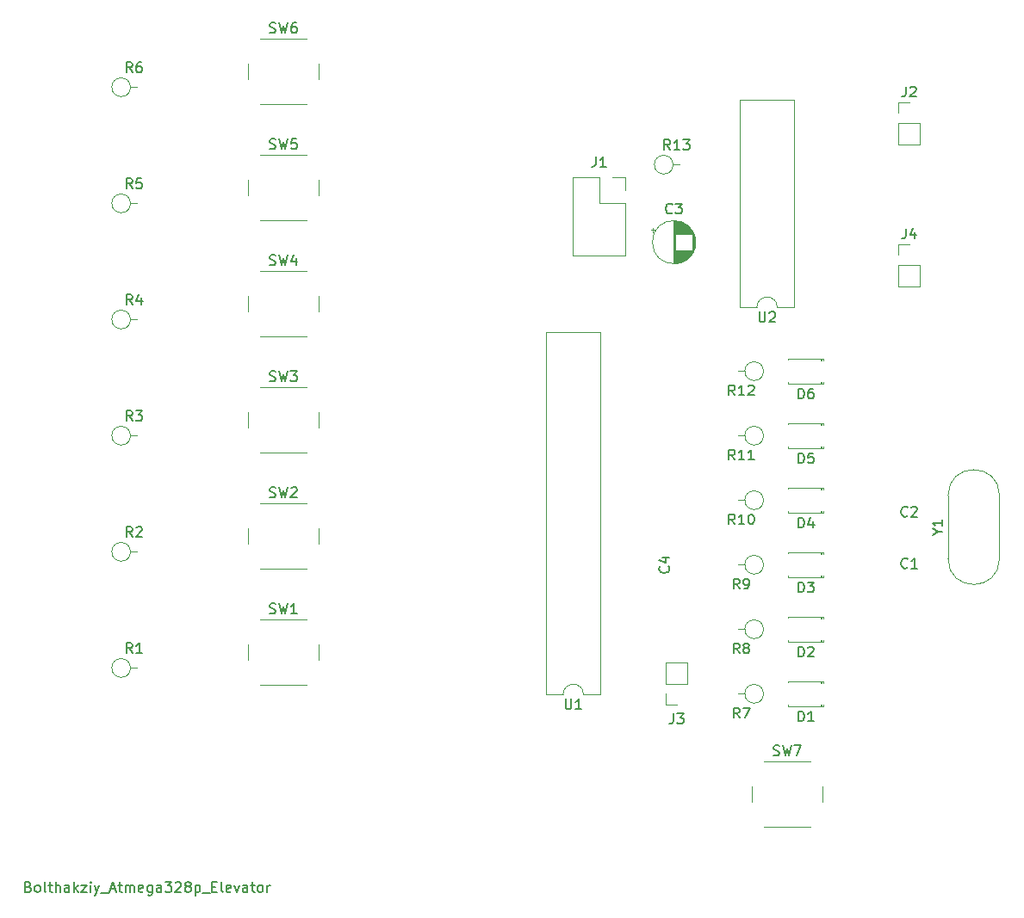
<source format=gbr>
G04 #@! TF.GenerationSoftware,KiCad,Pcbnew,5.1.5+dfsg1-2build2*
G04 #@! TF.CreationDate,2021-06-07T18:50:27-07:00*
G04 #@! TF.ProjectId,Atmega328p,41746d65-6761-4333-9238-702e6b696361,rev?*
G04 #@! TF.SameCoordinates,Original*
G04 #@! TF.FileFunction,Legend,Top*
G04 #@! TF.FilePolarity,Positive*
%FSLAX46Y46*%
G04 Gerber Fmt 4.6, Leading zero omitted, Abs format (unit mm)*
G04 Created by KiCad (PCBNEW 5.1.5+dfsg1-2build2) date 2021-06-07 18:50:27*
%MOMM*%
%LPD*%
G04 APERTURE LIST*
%ADD10C,0.150000*%
%ADD11C,0.120000*%
G04 APERTURE END LIST*
D10*
X100117142Y-142168571D02*
X100260000Y-142216190D01*
X100307619Y-142263809D01*
X100355238Y-142359047D01*
X100355238Y-142501904D01*
X100307619Y-142597142D01*
X100260000Y-142644761D01*
X100164761Y-142692380D01*
X99783809Y-142692380D01*
X99783809Y-141692380D01*
X100117142Y-141692380D01*
X100212380Y-141740000D01*
X100260000Y-141787619D01*
X100307619Y-141882857D01*
X100307619Y-141978095D01*
X100260000Y-142073333D01*
X100212380Y-142120952D01*
X100117142Y-142168571D01*
X99783809Y-142168571D01*
X100926666Y-142692380D02*
X100831428Y-142644761D01*
X100783809Y-142597142D01*
X100736190Y-142501904D01*
X100736190Y-142216190D01*
X100783809Y-142120952D01*
X100831428Y-142073333D01*
X100926666Y-142025714D01*
X101069523Y-142025714D01*
X101164761Y-142073333D01*
X101212380Y-142120952D01*
X101260000Y-142216190D01*
X101260000Y-142501904D01*
X101212380Y-142597142D01*
X101164761Y-142644761D01*
X101069523Y-142692380D01*
X100926666Y-142692380D01*
X101831428Y-142692380D02*
X101736190Y-142644761D01*
X101688571Y-142549523D01*
X101688571Y-141692380D01*
X102069523Y-142025714D02*
X102450476Y-142025714D01*
X102212380Y-141692380D02*
X102212380Y-142549523D01*
X102260000Y-142644761D01*
X102355238Y-142692380D01*
X102450476Y-142692380D01*
X102783809Y-142692380D02*
X102783809Y-141692380D01*
X103212380Y-142692380D02*
X103212380Y-142168571D01*
X103164761Y-142073333D01*
X103069523Y-142025714D01*
X102926666Y-142025714D01*
X102831428Y-142073333D01*
X102783809Y-142120952D01*
X104117142Y-142692380D02*
X104117142Y-142168571D01*
X104069523Y-142073333D01*
X103974285Y-142025714D01*
X103783809Y-142025714D01*
X103688571Y-142073333D01*
X104117142Y-142644761D02*
X104021904Y-142692380D01*
X103783809Y-142692380D01*
X103688571Y-142644761D01*
X103640952Y-142549523D01*
X103640952Y-142454285D01*
X103688571Y-142359047D01*
X103783809Y-142311428D01*
X104021904Y-142311428D01*
X104117142Y-142263809D01*
X104593333Y-142692380D02*
X104593333Y-141692380D01*
X104688571Y-142311428D02*
X104974285Y-142692380D01*
X104974285Y-142025714D02*
X104593333Y-142406666D01*
X105307619Y-142025714D02*
X105831428Y-142025714D01*
X105307619Y-142692380D01*
X105831428Y-142692380D01*
X106212380Y-142692380D02*
X106212380Y-142025714D01*
X106212380Y-141692380D02*
X106164761Y-141740000D01*
X106212380Y-141787619D01*
X106260000Y-141740000D01*
X106212380Y-141692380D01*
X106212380Y-141787619D01*
X106593333Y-142025714D02*
X106831428Y-142692380D01*
X107069523Y-142025714D02*
X106831428Y-142692380D01*
X106736190Y-142930476D01*
X106688571Y-142978095D01*
X106593333Y-143025714D01*
X107212380Y-142787619D02*
X107974285Y-142787619D01*
X108164761Y-142406666D02*
X108640952Y-142406666D01*
X108069523Y-142692380D02*
X108402857Y-141692380D01*
X108736190Y-142692380D01*
X108926666Y-142025714D02*
X109307619Y-142025714D01*
X109069523Y-141692380D02*
X109069523Y-142549523D01*
X109117142Y-142644761D01*
X109212380Y-142692380D01*
X109307619Y-142692380D01*
X109640952Y-142692380D02*
X109640952Y-142025714D01*
X109640952Y-142120952D02*
X109688571Y-142073333D01*
X109783809Y-142025714D01*
X109926666Y-142025714D01*
X110021904Y-142073333D01*
X110069523Y-142168571D01*
X110069523Y-142692380D01*
X110069523Y-142168571D02*
X110117142Y-142073333D01*
X110212380Y-142025714D01*
X110355238Y-142025714D01*
X110450476Y-142073333D01*
X110498095Y-142168571D01*
X110498095Y-142692380D01*
X111355238Y-142644761D02*
X111260000Y-142692380D01*
X111069523Y-142692380D01*
X110974285Y-142644761D01*
X110926666Y-142549523D01*
X110926666Y-142168571D01*
X110974285Y-142073333D01*
X111069523Y-142025714D01*
X111260000Y-142025714D01*
X111355238Y-142073333D01*
X111402857Y-142168571D01*
X111402857Y-142263809D01*
X110926666Y-142359047D01*
X112260000Y-142025714D02*
X112260000Y-142835238D01*
X112212380Y-142930476D01*
X112164761Y-142978095D01*
X112069523Y-143025714D01*
X111926666Y-143025714D01*
X111831428Y-142978095D01*
X112260000Y-142644761D02*
X112164761Y-142692380D01*
X111974285Y-142692380D01*
X111879047Y-142644761D01*
X111831428Y-142597142D01*
X111783809Y-142501904D01*
X111783809Y-142216190D01*
X111831428Y-142120952D01*
X111879047Y-142073333D01*
X111974285Y-142025714D01*
X112164761Y-142025714D01*
X112260000Y-142073333D01*
X113164761Y-142692380D02*
X113164761Y-142168571D01*
X113117142Y-142073333D01*
X113021904Y-142025714D01*
X112831428Y-142025714D01*
X112736190Y-142073333D01*
X113164761Y-142644761D02*
X113069523Y-142692380D01*
X112831428Y-142692380D01*
X112736190Y-142644761D01*
X112688571Y-142549523D01*
X112688571Y-142454285D01*
X112736190Y-142359047D01*
X112831428Y-142311428D01*
X113069523Y-142311428D01*
X113164761Y-142263809D01*
X113545714Y-141692380D02*
X114164761Y-141692380D01*
X113831428Y-142073333D01*
X113974285Y-142073333D01*
X114069523Y-142120952D01*
X114117142Y-142168571D01*
X114164761Y-142263809D01*
X114164761Y-142501904D01*
X114117142Y-142597142D01*
X114069523Y-142644761D01*
X113974285Y-142692380D01*
X113688571Y-142692380D01*
X113593333Y-142644761D01*
X113545714Y-142597142D01*
X114545714Y-141787619D02*
X114593333Y-141740000D01*
X114688571Y-141692380D01*
X114926666Y-141692380D01*
X115021904Y-141740000D01*
X115069523Y-141787619D01*
X115117142Y-141882857D01*
X115117142Y-141978095D01*
X115069523Y-142120952D01*
X114498095Y-142692380D01*
X115117142Y-142692380D01*
X115688571Y-142120952D02*
X115593333Y-142073333D01*
X115545714Y-142025714D01*
X115498095Y-141930476D01*
X115498095Y-141882857D01*
X115545714Y-141787619D01*
X115593333Y-141740000D01*
X115688571Y-141692380D01*
X115879047Y-141692380D01*
X115974285Y-141740000D01*
X116021904Y-141787619D01*
X116069523Y-141882857D01*
X116069523Y-141930476D01*
X116021904Y-142025714D01*
X115974285Y-142073333D01*
X115879047Y-142120952D01*
X115688571Y-142120952D01*
X115593333Y-142168571D01*
X115545714Y-142216190D01*
X115498095Y-142311428D01*
X115498095Y-142501904D01*
X115545714Y-142597142D01*
X115593333Y-142644761D01*
X115688571Y-142692380D01*
X115879047Y-142692380D01*
X115974285Y-142644761D01*
X116021904Y-142597142D01*
X116069523Y-142501904D01*
X116069523Y-142311428D01*
X116021904Y-142216190D01*
X115974285Y-142168571D01*
X115879047Y-142120952D01*
X116498095Y-142025714D02*
X116498095Y-143025714D01*
X116498095Y-142073333D02*
X116593333Y-142025714D01*
X116783809Y-142025714D01*
X116879047Y-142073333D01*
X116926666Y-142120952D01*
X116974285Y-142216190D01*
X116974285Y-142501904D01*
X116926666Y-142597142D01*
X116879047Y-142644761D01*
X116783809Y-142692380D01*
X116593333Y-142692380D01*
X116498095Y-142644761D01*
X117164761Y-142787619D02*
X117926666Y-142787619D01*
X118164761Y-142168571D02*
X118498095Y-142168571D01*
X118640952Y-142692380D02*
X118164761Y-142692380D01*
X118164761Y-141692380D01*
X118640952Y-141692380D01*
X119212380Y-142692380D02*
X119117142Y-142644761D01*
X119069523Y-142549523D01*
X119069523Y-141692380D01*
X119974285Y-142644761D02*
X119879047Y-142692380D01*
X119688571Y-142692380D01*
X119593333Y-142644761D01*
X119545714Y-142549523D01*
X119545714Y-142168571D01*
X119593333Y-142073333D01*
X119688571Y-142025714D01*
X119879047Y-142025714D01*
X119974285Y-142073333D01*
X120021904Y-142168571D01*
X120021904Y-142263809D01*
X119545714Y-142359047D01*
X120355238Y-142025714D02*
X120593333Y-142692380D01*
X120831428Y-142025714D01*
X121640952Y-142692380D02*
X121640952Y-142168571D01*
X121593333Y-142073333D01*
X121498095Y-142025714D01*
X121307619Y-142025714D01*
X121212380Y-142073333D01*
X121640952Y-142644761D02*
X121545714Y-142692380D01*
X121307619Y-142692380D01*
X121212380Y-142644761D01*
X121164761Y-142549523D01*
X121164761Y-142454285D01*
X121212380Y-142359047D01*
X121307619Y-142311428D01*
X121545714Y-142311428D01*
X121640952Y-142263809D01*
X121974285Y-142025714D02*
X122355238Y-142025714D01*
X122117142Y-141692380D02*
X122117142Y-142549523D01*
X122164761Y-142644761D01*
X122259999Y-142692380D01*
X122355238Y-142692380D01*
X122831428Y-142692380D02*
X122736190Y-142644761D01*
X122688571Y-142597142D01*
X122640952Y-142501904D01*
X122640952Y-142216190D01*
X122688571Y-142120952D01*
X122736190Y-142073333D01*
X122831428Y-142025714D01*
X122974285Y-142025714D01*
X123069523Y-142073333D01*
X123117142Y-142120952D01*
X123164761Y-142216190D01*
X123164761Y-142501904D01*
X123117142Y-142597142D01*
X123069523Y-142644761D01*
X122974285Y-142692380D01*
X122831428Y-142692380D01*
X123593333Y-142692380D02*
X123593333Y-142025714D01*
X123593333Y-142216190D02*
X123640952Y-142120952D01*
X123688571Y-142073333D01*
X123783809Y-142025714D01*
X123879047Y-142025714D01*
D11*
X185630000Y-78950000D02*
X186690000Y-78950000D01*
X185630000Y-80010000D02*
X185630000Y-78950000D01*
X185630000Y-81010000D02*
X187750000Y-81010000D01*
X187750000Y-81010000D02*
X187750000Y-83070000D01*
X185630000Y-81010000D02*
X185630000Y-83070000D01*
X185630000Y-83070000D02*
X187750000Y-83070000D01*
X163830000Y-124250000D02*
X162770000Y-124250000D01*
X162770000Y-124250000D02*
X162770000Y-123190000D01*
X162770000Y-122190000D02*
X162770000Y-120130000D01*
X164890000Y-120130000D02*
X162770000Y-120130000D01*
X164890000Y-122190000D02*
X164890000Y-120130000D01*
X164890000Y-122190000D02*
X162770000Y-122190000D01*
X185630000Y-64980000D02*
X186690000Y-64980000D01*
X185630000Y-66040000D02*
X185630000Y-64980000D01*
X185630000Y-67040000D02*
X187750000Y-67040000D01*
X187750000Y-67040000D02*
X187750000Y-69100000D01*
X185630000Y-67040000D02*
X185630000Y-69100000D01*
X185630000Y-69100000D02*
X187750000Y-69100000D01*
X195565000Y-103655000D02*
G75*
G03X190515000Y-103655000I-2525000J0D01*
G01*
X195565000Y-109905000D02*
G75*
G02X190515000Y-109905000I-2525000J0D01*
G01*
X195565000Y-109905000D02*
X195565000Y-103655000D01*
X190515000Y-109905000D02*
X190515000Y-103655000D01*
X170070000Y-85150000D02*
X171720000Y-85150000D01*
X170070000Y-64710000D02*
X170070000Y-85150000D01*
X175370000Y-64710000D02*
X170070000Y-64710000D01*
X175370000Y-85150000D02*
X175370000Y-64710000D01*
X173720000Y-85150000D02*
X175370000Y-85150000D01*
X171720000Y-85150000D02*
G75*
G02X173720000Y-85150000I1000000J0D01*
G01*
X151020000Y-123250000D02*
X152670000Y-123250000D01*
X151020000Y-87570000D02*
X151020000Y-123250000D01*
X156320000Y-87570000D02*
X151020000Y-87570000D01*
X156320000Y-123250000D02*
X156320000Y-87570000D01*
X154670000Y-123250000D02*
X156320000Y-123250000D01*
X152670000Y-123250000D02*
G75*
G02X154670000Y-123250000I1000000J0D01*
G01*
X178200000Y-133810000D02*
X178200000Y-132310000D01*
X176950000Y-129810000D02*
X172450000Y-129810000D01*
X171200000Y-132310000D02*
X171200000Y-133810000D01*
X172450000Y-136310000D02*
X176950000Y-136310000D01*
X128670000Y-62690000D02*
X128670000Y-61190000D01*
X127420000Y-58690000D02*
X122920000Y-58690000D01*
X121670000Y-61190000D02*
X121670000Y-62690000D01*
X122920000Y-65190000D02*
X127420000Y-65190000D01*
X128670000Y-74120000D02*
X128670000Y-72620000D01*
X127420000Y-70120000D02*
X122920000Y-70120000D01*
X121670000Y-72620000D02*
X121670000Y-74120000D01*
X122920000Y-76620000D02*
X127420000Y-76620000D01*
X128670000Y-85550000D02*
X128670000Y-84050000D01*
X127420000Y-81550000D02*
X122920000Y-81550000D01*
X121670000Y-84050000D02*
X121670000Y-85550000D01*
X122920000Y-88050000D02*
X127420000Y-88050000D01*
X128670000Y-96980000D02*
X128670000Y-95480000D01*
X127420000Y-92980000D02*
X122920000Y-92980000D01*
X121670000Y-95480000D02*
X121670000Y-96980000D01*
X122920000Y-99480000D02*
X127420000Y-99480000D01*
X128670000Y-108410000D02*
X128670000Y-106910000D01*
X127420000Y-104410000D02*
X122920000Y-104410000D01*
X121670000Y-106910000D02*
X121670000Y-108410000D01*
X122920000Y-110910000D02*
X127420000Y-110910000D01*
X128670000Y-119840000D02*
X128670000Y-118340000D01*
X127420000Y-115840000D02*
X122920000Y-115840000D01*
X121670000Y-118340000D02*
X121670000Y-119840000D01*
X122920000Y-122340000D02*
X127420000Y-122340000D01*
X163480000Y-71120000D02*
X164100000Y-71120000D01*
X163480000Y-71120000D02*
G75*
G03X163480000Y-71120000I-920000J0D01*
G01*
X170530000Y-91440000D02*
X169910000Y-91440000D01*
X172370000Y-91440000D02*
G75*
G03X172370000Y-91440000I-920000J0D01*
G01*
X170530000Y-97790000D02*
X169910000Y-97790000D01*
X172370000Y-97790000D02*
G75*
G03X172370000Y-97790000I-920000J0D01*
G01*
X170530000Y-104140000D02*
X169910000Y-104140000D01*
X172370000Y-104140000D02*
G75*
G03X172370000Y-104140000I-920000J0D01*
G01*
X170530000Y-110490000D02*
X169910000Y-110490000D01*
X172370000Y-110490000D02*
G75*
G03X172370000Y-110490000I-920000J0D01*
G01*
X170530000Y-116840000D02*
X169910000Y-116840000D01*
X172370000Y-116840000D02*
G75*
G03X172370000Y-116840000I-920000J0D01*
G01*
X170530000Y-123190000D02*
X169910000Y-123190000D01*
X172370000Y-123190000D02*
G75*
G03X172370000Y-123190000I-920000J0D01*
G01*
X110140000Y-63500000D02*
X110760000Y-63500000D01*
X110140000Y-63500000D02*
G75*
G03X110140000Y-63500000I-920000J0D01*
G01*
X110140000Y-74930000D02*
X110760000Y-74930000D01*
X110140000Y-74930000D02*
G75*
G03X110140000Y-74930000I-920000J0D01*
G01*
X110140000Y-86360000D02*
X110760000Y-86360000D01*
X110140000Y-86360000D02*
G75*
G03X110140000Y-86360000I-920000J0D01*
G01*
X110140000Y-97790000D02*
X110760000Y-97790000D01*
X110140000Y-97790000D02*
G75*
G03X110140000Y-97790000I-920000J0D01*
G01*
X110140000Y-109220000D02*
X110760000Y-109220000D01*
X110140000Y-109220000D02*
G75*
G03X110140000Y-109220000I-920000J0D01*
G01*
X110140000Y-120650000D02*
X110760000Y-120650000D01*
X110140000Y-120650000D02*
G75*
G03X110140000Y-120650000I-920000J0D01*
G01*
X157480000Y-72330000D02*
X158810000Y-72330000D01*
X158810000Y-72330000D02*
X158810000Y-73660000D01*
X156210000Y-72330000D02*
X156210000Y-74930000D01*
X156210000Y-74930000D02*
X158810000Y-74930000D01*
X158810000Y-74930000D02*
X158810000Y-80070000D01*
X153610000Y-80070000D02*
X158810000Y-80070000D01*
X153610000Y-72330000D02*
X153610000Y-80070000D01*
X153610000Y-72330000D02*
X156210000Y-72330000D01*
X178000000Y-90360000D02*
X178000000Y-90180000D01*
X178000000Y-92700000D02*
X178000000Y-92520000D01*
X178120000Y-90360000D02*
X178120000Y-90180000D01*
X178120000Y-92700000D02*
X178120000Y-92520000D01*
X174820000Y-90345000D02*
X174820000Y-90180000D01*
X174820000Y-92700000D02*
X174820000Y-92535000D01*
X178240000Y-90360000D02*
X178240000Y-90180000D01*
X178240000Y-92700000D02*
X178240000Y-92520000D01*
X178240000Y-90180000D02*
X174820000Y-90180000D01*
X178240000Y-92700000D02*
X174820000Y-92700000D01*
X178000000Y-96710000D02*
X178000000Y-96530000D01*
X178000000Y-99050000D02*
X178000000Y-98870000D01*
X178120000Y-96710000D02*
X178120000Y-96530000D01*
X178120000Y-99050000D02*
X178120000Y-98870000D01*
X174820000Y-96695000D02*
X174820000Y-96530000D01*
X174820000Y-99050000D02*
X174820000Y-98885000D01*
X178240000Y-96710000D02*
X178240000Y-96530000D01*
X178240000Y-99050000D02*
X178240000Y-98870000D01*
X178240000Y-96530000D02*
X174820000Y-96530000D01*
X178240000Y-99050000D02*
X174820000Y-99050000D01*
X178000000Y-103060000D02*
X178000000Y-102880000D01*
X178000000Y-105400000D02*
X178000000Y-105220000D01*
X178120000Y-103060000D02*
X178120000Y-102880000D01*
X178120000Y-105400000D02*
X178120000Y-105220000D01*
X174820000Y-103045000D02*
X174820000Y-102880000D01*
X174820000Y-105400000D02*
X174820000Y-105235000D01*
X178240000Y-103060000D02*
X178240000Y-102880000D01*
X178240000Y-105400000D02*
X178240000Y-105220000D01*
X178240000Y-102880000D02*
X174820000Y-102880000D01*
X178240000Y-105400000D02*
X174820000Y-105400000D01*
X178000000Y-109410000D02*
X178000000Y-109230000D01*
X178000000Y-111750000D02*
X178000000Y-111570000D01*
X178120000Y-109410000D02*
X178120000Y-109230000D01*
X178120000Y-111750000D02*
X178120000Y-111570000D01*
X174820000Y-109395000D02*
X174820000Y-109230000D01*
X174820000Y-111750000D02*
X174820000Y-111585000D01*
X178240000Y-109410000D02*
X178240000Y-109230000D01*
X178240000Y-111750000D02*
X178240000Y-111570000D01*
X178240000Y-109230000D02*
X174820000Y-109230000D01*
X178240000Y-111750000D02*
X174820000Y-111750000D01*
X178000000Y-115760000D02*
X178000000Y-115580000D01*
X178000000Y-118100000D02*
X178000000Y-117920000D01*
X178120000Y-115760000D02*
X178120000Y-115580000D01*
X178120000Y-118100000D02*
X178120000Y-117920000D01*
X174820000Y-115745000D02*
X174820000Y-115580000D01*
X174820000Y-118100000D02*
X174820000Y-117935000D01*
X178240000Y-115760000D02*
X178240000Y-115580000D01*
X178240000Y-118100000D02*
X178240000Y-117920000D01*
X178240000Y-115580000D02*
X174820000Y-115580000D01*
X178240000Y-118100000D02*
X174820000Y-118100000D01*
X178000000Y-122110000D02*
X178000000Y-121930000D01*
X178000000Y-124450000D02*
X178000000Y-124270000D01*
X178120000Y-122110000D02*
X178120000Y-121930000D01*
X178120000Y-124450000D02*
X178120000Y-124270000D01*
X174820000Y-122095000D02*
X174820000Y-121930000D01*
X174820000Y-124450000D02*
X174820000Y-124285000D01*
X178240000Y-122110000D02*
X178240000Y-121930000D01*
X178240000Y-124450000D02*
X178240000Y-124270000D01*
X178240000Y-121930000D02*
X174820000Y-121930000D01*
X178240000Y-124450000D02*
X174820000Y-124450000D01*
X161490199Y-77345000D02*
X161490199Y-77745000D01*
X161290199Y-77545000D02*
X161690199Y-77545000D01*
X165641000Y-78370000D02*
X165641000Y-79110000D01*
X165601000Y-78203000D02*
X165601000Y-79277000D01*
X165561000Y-78076000D02*
X165561000Y-79404000D01*
X165521000Y-77972000D02*
X165521000Y-79508000D01*
X165481000Y-77881000D02*
X165481000Y-79599000D01*
X165441000Y-77800000D02*
X165441000Y-79680000D01*
X165401000Y-77727000D02*
X165401000Y-79753000D01*
X165361000Y-79580000D02*
X165361000Y-79820000D01*
X165361000Y-77660000D02*
X165361000Y-77900000D01*
X165321000Y-79580000D02*
X165321000Y-79882000D01*
X165321000Y-77598000D02*
X165321000Y-77900000D01*
X165281000Y-79580000D02*
X165281000Y-79940000D01*
X165281000Y-77540000D02*
X165281000Y-77900000D01*
X165241000Y-79580000D02*
X165241000Y-79994000D01*
X165241000Y-77486000D02*
X165241000Y-77900000D01*
X165201000Y-79580000D02*
X165201000Y-80044000D01*
X165201000Y-77436000D02*
X165201000Y-77900000D01*
X165161000Y-79580000D02*
X165161000Y-80091000D01*
X165161000Y-77389000D02*
X165161000Y-77900000D01*
X165121000Y-79580000D02*
X165121000Y-80136000D01*
X165121000Y-77344000D02*
X165121000Y-77900000D01*
X165081000Y-79580000D02*
X165081000Y-80178000D01*
X165081000Y-77302000D02*
X165081000Y-77900000D01*
X165041000Y-79580000D02*
X165041000Y-80218000D01*
X165041000Y-77262000D02*
X165041000Y-77900000D01*
X165001000Y-79580000D02*
X165001000Y-80256000D01*
X165001000Y-77224000D02*
X165001000Y-77900000D01*
X164961000Y-79580000D02*
X164961000Y-80292000D01*
X164961000Y-77188000D02*
X164961000Y-77900000D01*
X164921000Y-79580000D02*
X164921000Y-80327000D01*
X164921000Y-77153000D02*
X164921000Y-77900000D01*
X164881000Y-79580000D02*
X164881000Y-80359000D01*
X164881000Y-77121000D02*
X164881000Y-77900000D01*
X164841000Y-79580000D02*
X164841000Y-80390000D01*
X164841000Y-77090000D02*
X164841000Y-77900000D01*
X164801000Y-79580000D02*
X164801000Y-80420000D01*
X164801000Y-77060000D02*
X164801000Y-77900000D01*
X164761000Y-79580000D02*
X164761000Y-80448000D01*
X164761000Y-77032000D02*
X164761000Y-77900000D01*
X164721000Y-79580000D02*
X164721000Y-80475000D01*
X164721000Y-77005000D02*
X164721000Y-77900000D01*
X164681000Y-79580000D02*
X164681000Y-80500000D01*
X164681000Y-76980000D02*
X164681000Y-77900000D01*
X164641000Y-79580000D02*
X164641000Y-80525000D01*
X164641000Y-76955000D02*
X164641000Y-77900000D01*
X164601000Y-79580000D02*
X164601000Y-80548000D01*
X164601000Y-76932000D02*
X164601000Y-77900000D01*
X164561000Y-79580000D02*
X164561000Y-80570000D01*
X164561000Y-76910000D02*
X164561000Y-77900000D01*
X164521000Y-79580000D02*
X164521000Y-80591000D01*
X164521000Y-76889000D02*
X164521000Y-77900000D01*
X164481000Y-79580000D02*
X164481000Y-80610000D01*
X164481000Y-76870000D02*
X164481000Y-77900000D01*
X164441000Y-79580000D02*
X164441000Y-80629000D01*
X164441000Y-76851000D02*
X164441000Y-77900000D01*
X164401000Y-79580000D02*
X164401000Y-80647000D01*
X164401000Y-76833000D02*
X164401000Y-77900000D01*
X164361000Y-79580000D02*
X164361000Y-80664000D01*
X164361000Y-76816000D02*
X164361000Y-77900000D01*
X164321000Y-79580000D02*
X164321000Y-80680000D01*
X164321000Y-76800000D02*
X164321000Y-77900000D01*
X164281000Y-79580000D02*
X164281000Y-80694000D01*
X164281000Y-76786000D02*
X164281000Y-77900000D01*
X164240000Y-79580000D02*
X164240000Y-80708000D01*
X164240000Y-76772000D02*
X164240000Y-77900000D01*
X164200000Y-79580000D02*
X164200000Y-80722000D01*
X164200000Y-76758000D02*
X164200000Y-77900000D01*
X164160000Y-79580000D02*
X164160000Y-80734000D01*
X164160000Y-76746000D02*
X164160000Y-77900000D01*
X164120000Y-79580000D02*
X164120000Y-80745000D01*
X164120000Y-76735000D02*
X164120000Y-77900000D01*
X164080000Y-79580000D02*
X164080000Y-80756000D01*
X164080000Y-76724000D02*
X164080000Y-77900000D01*
X164040000Y-79580000D02*
X164040000Y-80765000D01*
X164040000Y-76715000D02*
X164040000Y-77900000D01*
X164000000Y-79580000D02*
X164000000Y-80774000D01*
X164000000Y-76706000D02*
X164000000Y-77900000D01*
X163960000Y-79580000D02*
X163960000Y-80782000D01*
X163960000Y-76698000D02*
X163960000Y-77900000D01*
X163920000Y-79580000D02*
X163920000Y-80790000D01*
X163920000Y-76690000D02*
X163920000Y-77900000D01*
X163880000Y-79580000D02*
X163880000Y-80796000D01*
X163880000Y-76684000D02*
X163880000Y-77900000D01*
X163840000Y-79580000D02*
X163840000Y-80802000D01*
X163840000Y-76678000D02*
X163840000Y-77900000D01*
X163800000Y-79580000D02*
X163800000Y-80807000D01*
X163800000Y-76673000D02*
X163800000Y-77900000D01*
X163760000Y-79580000D02*
X163760000Y-80811000D01*
X163760000Y-76669000D02*
X163760000Y-77900000D01*
X163720000Y-76666000D02*
X163720000Y-80814000D01*
X163680000Y-76663000D02*
X163680000Y-80817000D01*
X163640000Y-76661000D02*
X163640000Y-80819000D01*
X163600000Y-76660000D02*
X163600000Y-80820000D01*
X163560000Y-76660000D02*
X163560000Y-80820000D01*
X165680000Y-78740000D02*
G75*
G03X165680000Y-78740000I-2120000J0D01*
G01*
D10*
X186356666Y-77402380D02*
X186356666Y-78116666D01*
X186309047Y-78259523D01*
X186213809Y-78354761D01*
X186070952Y-78402380D01*
X185975714Y-78402380D01*
X187261428Y-77735714D02*
X187261428Y-78402380D01*
X187023333Y-77354761D02*
X186785238Y-78069047D01*
X187404285Y-78069047D01*
X163496666Y-125142380D02*
X163496666Y-125856666D01*
X163449047Y-125999523D01*
X163353809Y-126094761D01*
X163210952Y-126142380D01*
X163115714Y-126142380D01*
X163877619Y-125142380D02*
X164496666Y-125142380D01*
X164163333Y-125523333D01*
X164306190Y-125523333D01*
X164401428Y-125570952D01*
X164449047Y-125618571D01*
X164496666Y-125713809D01*
X164496666Y-125951904D01*
X164449047Y-126047142D01*
X164401428Y-126094761D01*
X164306190Y-126142380D01*
X164020476Y-126142380D01*
X163925238Y-126094761D01*
X163877619Y-126047142D01*
X186356666Y-63432380D02*
X186356666Y-64146666D01*
X186309047Y-64289523D01*
X186213809Y-64384761D01*
X186070952Y-64432380D01*
X185975714Y-64432380D01*
X186785238Y-63527619D02*
X186832857Y-63480000D01*
X186928095Y-63432380D01*
X187166190Y-63432380D01*
X187261428Y-63480000D01*
X187309047Y-63527619D01*
X187356666Y-63622857D01*
X187356666Y-63718095D01*
X187309047Y-63860952D01*
X186737619Y-64432380D01*
X187356666Y-64432380D01*
X189491190Y-107256190D02*
X189967380Y-107256190D01*
X188967380Y-107589523D02*
X189491190Y-107256190D01*
X188967380Y-106922857D01*
X189967380Y-106065714D02*
X189967380Y-106637142D01*
X189967380Y-106351428D02*
X188967380Y-106351428D01*
X189110238Y-106446666D01*
X189205476Y-106541904D01*
X189253095Y-106637142D01*
X171958095Y-85602380D02*
X171958095Y-86411904D01*
X172005714Y-86507142D01*
X172053333Y-86554761D01*
X172148571Y-86602380D01*
X172339047Y-86602380D01*
X172434285Y-86554761D01*
X172481904Y-86507142D01*
X172529523Y-86411904D01*
X172529523Y-85602380D01*
X172958095Y-85697619D02*
X173005714Y-85650000D01*
X173100952Y-85602380D01*
X173339047Y-85602380D01*
X173434285Y-85650000D01*
X173481904Y-85697619D01*
X173529523Y-85792857D01*
X173529523Y-85888095D01*
X173481904Y-86030952D01*
X172910476Y-86602380D01*
X173529523Y-86602380D01*
X152908095Y-123702380D02*
X152908095Y-124511904D01*
X152955714Y-124607142D01*
X153003333Y-124654761D01*
X153098571Y-124702380D01*
X153289047Y-124702380D01*
X153384285Y-124654761D01*
X153431904Y-124607142D01*
X153479523Y-124511904D01*
X153479523Y-123702380D01*
X154479523Y-124702380D02*
X153908095Y-124702380D01*
X154193809Y-124702380D02*
X154193809Y-123702380D01*
X154098571Y-123845238D01*
X154003333Y-123940476D01*
X153908095Y-123988095D01*
X173366666Y-129214761D02*
X173509523Y-129262380D01*
X173747619Y-129262380D01*
X173842857Y-129214761D01*
X173890476Y-129167142D01*
X173938095Y-129071904D01*
X173938095Y-128976666D01*
X173890476Y-128881428D01*
X173842857Y-128833809D01*
X173747619Y-128786190D01*
X173557142Y-128738571D01*
X173461904Y-128690952D01*
X173414285Y-128643333D01*
X173366666Y-128548095D01*
X173366666Y-128452857D01*
X173414285Y-128357619D01*
X173461904Y-128310000D01*
X173557142Y-128262380D01*
X173795238Y-128262380D01*
X173938095Y-128310000D01*
X174271428Y-128262380D02*
X174509523Y-129262380D01*
X174700000Y-128548095D01*
X174890476Y-129262380D01*
X175128571Y-128262380D01*
X175414285Y-128262380D02*
X176080952Y-128262380D01*
X175652380Y-129262380D01*
X123836666Y-58094761D02*
X123979523Y-58142380D01*
X124217619Y-58142380D01*
X124312857Y-58094761D01*
X124360476Y-58047142D01*
X124408095Y-57951904D01*
X124408095Y-57856666D01*
X124360476Y-57761428D01*
X124312857Y-57713809D01*
X124217619Y-57666190D01*
X124027142Y-57618571D01*
X123931904Y-57570952D01*
X123884285Y-57523333D01*
X123836666Y-57428095D01*
X123836666Y-57332857D01*
X123884285Y-57237619D01*
X123931904Y-57190000D01*
X124027142Y-57142380D01*
X124265238Y-57142380D01*
X124408095Y-57190000D01*
X124741428Y-57142380D02*
X124979523Y-58142380D01*
X125170000Y-57428095D01*
X125360476Y-58142380D01*
X125598571Y-57142380D01*
X126408095Y-57142380D02*
X126217619Y-57142380D01*
X126122380Y-57190000D01*
X126074761Y-57237619D01*
X125979523Y-57380476D01*
X125931904Y-57570952D01*
X125931904Y-57951904D01*
X125979523Y-58047142D01*
X126027142Y-58094761D01*
X126122380Y-58142380D01*
X126312857Y-58142380D01*
X126408095Y-58094761D01*
X126455714Y-58047142D01*
X126503333Y-57951904D01*
X126503333Y-57713809D01*
X126455714Y-57618571D01*
X126408095Y-57570952D01*
X126312857Y-57523333D01*
X126122380Y-57523333D01*
X126027142Y-57570952D01*
X125979523Y-57618571D01*
X125931904Y-57713809D01*
X123836666Y-69524761D02*
X123979523Y-69572380D01*
X124217619Y-69572380D01*
X124312857Y-69524761D01*
X124360476Y-69477142D01*
X124408095Y-69381904D01*
X124408095Y-69286666D01*
X124360476Y-69191428D01*
X124312857Y-69143809D01*
X124217619Y-69096190D01*
X124027142Y-69048571D01*
X123931904Y-69000952D01*
X123884285Y-68953333D01*
X123836666Y-68858095D01*
X123836666Y-68762857D01*
X123884285Y-68667619D01*
X123931904Y-68620000D01*
X124027142Y-68572380D01*
X124265238Y-68572380D01*
X124408095Y-68620000D01*
X124741428Y-68572380D02*
X124979523Y-69572380D01*
X125170000Y-68858095D01*
X125360476Y-69572380D01*
X125598571Y-68572380D01*
X126455714Y-68572380D02*
X125979523Y-68572380D01*
X125931904Y-69048571D01*
X125979523Y-69000952D01*
X126074761Y-68953333D01*
X126312857Y-68953333D01*
X126408095Y-69000952D01*
X126455714Y-69048571D01*
X126503333Y-69143809D01*
X126503333Y-69381904D01*
X126455714Y-69477142D01*
X126408095Y-69524761D01*
X126312857Y-69572380D01*
X126074761Y-69572380D01*
X125979523Y-69524761D01*
X125931904Y-69477142D01*
X123836666Y-80954761D02*
X123979523Y-81002380D01*
X124217619Y-81002380D01*
X124312857Y-80954761D01*
X124360476Y-80907142D01*
X124408095Y-80811904D01*
X124408095Y-80716666D01*
X124360476Y-80621428D01*
X124312857Y-80573809D01*
X124217619Y-80526190D01*
X124027142Y-80478571D01*
X123931904Y-80430952D01*
X123884285Y-80383333D01*
X123836666Y-80288095D01*
X123836666Y-80192857D01*
X123884285Y-80097619D01*
X123931904Y-80050000D01*
X124027142Y-80002380D01*
X124265238Y-80002380D01*
X124408095Y-80050000D01*
X124741428Y-80002380D02*
X124979523Y-81002380D01*
X125170000Y-80288095D01*
X125360476Y-81002380D01*
X125598571Y-80002380D01*
X126408095Y-80335714D02*
X126408095Y-81002380D01*
X126170000Y-79954761D02*
X125931904Y-80669047D01*
X126550952Y-80669047D01*
X123836666Y-92384761D02*
X123979523Y-92432380D01*
X124217619Y-92432380D01*
X124312857Y-92384761D01*
X124360476Y-92337142D01*
X124408095Y-92241904D01*
X124408095Y-92146666D01*
X124360476Y-92051428D01*
X124312857Y-92003809D01*
X124217619Y-91956190D01*
X124027142Y-91908571D01*
X123931904Y-91860952D01*
X123884285Y-91813333D01*
X123836666Y-91718095D01*
X123836666Y-91622857D01*
X123884285Y-91527619D01*
X123931904Y-91480000D01*
X124027142Y-91432380D01*
X124265238Y-91432380D01*
X124408095Y-91480000D01*
X124741428Y-91432380D02*
X124979523Y-92432380D01*
X125170000Y-91718095D01*
X125360476Y-92432380D01*
X125598571Y-91432380D01*
X125884285Y-91432380D02*
X126503333Y-91432380D01*
X126170000Y-91813333D01*
X126312857Y-91813333D01*
X126408095Y-91860952D01*
X126455714Y-91908571D01*
X126503333Y-92003809D01*
X126503333Y-92241904D01*
X126455714Y-92337142D01*
X126408095Y-92384761D01*
X126312857Y-92432380D01*
X126027142Y-92432380D01*
X125931904Y-92384761D01*
X125884285Y-92337142D01*
X123836666Y-103814761D02*
X123979523Y-103862380D01*
X124217619Y-103862380D01*
X124312857Y-103814761D01*
X124360476Y-103767142D01*
X124408095Y-103671904D01*
X124408095Y-103576666D01*
X124360476Y-103481428D01*
X124312857Y-103433809D01*
X124217619Y-103386190D01*
X124027142Y-103338571D01*
X123931904Y-103290952D01*
X123884285Y-103243333D01*
X123836666Y-103148095D01*
X123836666Y-103052857D01*
X123884285Y-102957619D01*
X123931904Y-102910000D01*
X124027142Y-102862380D01*
X124265238Y-102862380D01*
X124408095Y-102910000D01*
X124741428Y-102862380D02*
X124979523Y-103862380D01*
X125170000Y-103148095D01*
X125360476Y-103862380D01*
X125598571Y-102862380D01*
X125931904Y-102957619D02*
X125979523Y-102910000D01*
X126074761Y-102862380D01*
X126312857Y-102862380D01*
X126408095Y-102910000D01*
X126455714Y-102957619D01*
X126503333Y-103052857D01*
X126503333Y-103148095D01*
X126455714Y-103290952D01*
X125884285Y-103862380D01*
X126503333Y-103862380D01*
X123836666Y-115244761D02*
X123979523Y-115292380D01*
X124217619Y-115292380D01*
X124312857Y-115244761D01*
X124360476Y-115197142D01*
X124408095Y-115101904D01*
X124408095Y-115006666D01*
X124360476Y-114911428D01*
X124312857Y-114863809D01*
X124217619Y-114816190D01*
X124027142Y-114768571D01*
X123931904Y-114720952D01*
X123884285Y-114673333D01*
X123836666Y-114578095D01*
X123836666Y-114482857D01*
X123884285Y-114387619D01*
X123931904Y-114340000D01*
X124027142Y-114292380D01*
X124265238Y-114292380D01*
X124408095Y-114340000D01*
X124741428Y-114292380D02*
X124979523Y-115292380D01*
X125170000Y-114578095D01*
X125360476Y-115292380D01*
X125598571Y-114292380D01*
X126503333Y-115292380D02*
X125931904Y-115292380D01*
X126217619Y-115292380D02*
X126217619Y-114292380D01*
X126122380Y-114435238D01*
X126027142Y-114530476D01*
X125931904Y-114578095D01*
X163187142Y-69652380D02*
X162853809Y-69176190D01*
X162615714Y-69652380D02*
X162615714Y-68652380D01*
X162996666Y-68652380D01*
X163091904Y-68700000D01*
X163139523Y-68747619D01*
X163187142Y-68842857D01*
X163187142Y-68985714D01*
X163139523Y-69080952D01*
X163091904Y-69128571D01*
X162996666Y-69176190D01*
X162615714Y-69176190D01*
X164139523Y-69652380D02*
X163568095Y-69652380D01*
X163853809Y-69652380D02*
X163853809Y-68652380D01*
X163758571Y-68795238D01*
X163663333Y-68890476D01*
X163568095Y-68938095D01*
X164472857Y-68652380D02*
X165091904Y-68652380D01*
X164758571Y-69033333D01*
X164901428Y-69033333D01*
X164996666Y-69080952D01*
X165044285Y-69128571D01*
X165091904Y-69223809D01*
X165091904Y-69461904D01*
X165044285Y-69557142D01*
X164996666Y-69604761D01*
X164901428Y-69652380D01*
X164615714Y-69652380D01*
X164520476Y-69604761D01*
X164472857Y-69557142D01*
X169537142Y-93812380D02*
X169203809Y-93336190D01*
X168965714Y-93812380D02*
X168965714Y-92812380D01*
X169346666Y-92812380D01*
X169441904Y-92860000D01*
X169489523Y-92907619D01*
X169537142Y-93002857D01*
X169537142Y-93145714D01*
X169489523Y-93240952D01*
X169441904Y-93288571D01*
X169346666Y-93336190D01*
X168965714Y-93336190D01*
X170489523Y-93812380D02*
X169918095Y-93812380D01*
X170203809Y-93812380D02*
X170203809Y-92812380D01*
X170108571Y-92955238D01*
X170013333Y-93050476D01*
X169918095Y-93098095D01*
X170870476Y-92907619D02*
X170918095Y-92860000D01*
X171013333Y-92812380D01*
X171251428Y-92812380D01*
X171346666Y-92860000D01*
X171394285Y-92907619D01*
X171441904Y-93002857D01*
X171441904Y-93098095D01*
X171394285Y-93240952D01*
X170822857Y-93812380D01*
X171441904Y-93812380D01*
X169537142Y-100162380D02*
X169203809Y-99686190D01*
X168965714Y-100162380D02*
X168965714Y-99162380D01*
X169346666Y-99162380D01*
X169441904Y-99210000D01*
X169489523Y-99257619D01*
X169537142Y-99352857D01*
X169537142Y-99495714D01*
X169489523Y-99590952D01*
X169441904Y-99638571D01*
X169346666Y-99686190D01*
X168965714Y-99686190D01*
X170489523Y-100162380D02*
X169918095Y-100162380D01*
X170203809Y-100162380D02*
X170203809Y-99162380D01*
X170108571Y-99305238D01*
X170013333Y-99400476D01*
X169918095Y-99448095D01*
X171441904Y-100162380D02*
X170870476Y-100162380D01*
X171156190Y-100162380D02*
X171156190Y-99162380D01*
X171060952Y-99305238D01*
X170965714Y-99400476D01*
X170870476Y-99448095D01*
X169537142Y-106512380D02*
X169203809Y-106036190D01*
X168965714Y-106512380D02*
X168965714Y-105512380D01*
X169346666Y-105512380D01*
X169441904Y-105560000D01*
X169489523Y-105607619D01*
X169537142Y-105702857D01*
X169537142Y-105845714D01*
X169489523Y-105940952D01*
X169441904Y-105988571D01*
X169346666Y-106036190D01*
X168965714Y-106036190D01*
X170489523Y-106512380D02*
X169918095Y-106512380D01*
X170203809Y-106512380D02*
X170203809Y-105512380D01*
X170108571Y-105655238D01*
X170013333Y-105750476D01*
X169918095Y-105798095D01*
X171108571Y-105512380D02*
X171203809Y-105512380D01*
X171299047Y-105560000D01*
X171346666Y-105607619D01*
X171394285Y-105702857D01*
X171441904Y-105893333D01*
X171441904Y-106131428D01*
X171394285Y-106321904D01*
X171346666Y-106417142D01*
X171299047Y-106464761D01*
X171203809Y-106512380D01*
X171108571Y-106512380D01*
X171013333Y-106464761D01*
X170965714Y-106417142D01*
X170918095Y-106321904D01*
X170870476Y-106131428D01*
X170870476Y-105893333D01*
X170918095Y-105702857D01*
X170965714Y-105607619D01*
X171013333Y-105560000D01*
X171108571Y-105512380D01*
X170013333Y-112862380D02*
X169680000Y-112386190D01*
X169441904Y-112862380D02*
X169441904Y-111862380D01*
X169822857Y-111862380D01*
X169918095Y-111910000D01*
X169965714Y-111957619D01*
X170013333Y-112052857D01*
X170013333Y-112195714D01*
X169965714Y-112290952D01*
X169918095Y-112338571D01*
X169822857Y-112386190D01*
X169441904Y-112386190D01*
X170489523Y-112862380D02*
X170680000Y-112862380D01*
X170775238Y-112814761D01*
X170822857Y-112767142D01*
X170918095Y-112624285D01*
X170965714Y-112433809D01*
X170965714Y-112052857D01*
X170918095Y-111957619D01*
X170870476Y-111910000D01*
X170775238Y-111862380D01*
X170584761Y-111862380D01*
X170489523Y-111910000D01*
X170441904Y-111957619D01*
X170394285Y-112052857D01*
X170394285Y-112290952D01*
X170441904Y-112386190D01*
X170489523Y-112433809D01*
X170584761Y-112481428D01*
X170775238Y-112481428D01*
X170870476Y-112433809D01*
X170918095Y-112386190D01*
X170965714Y-112290952D01*
X170013333Y-119212380D02*
X169680000Y-118736190D01*
X169441904Y-119212380D02*
X169441904Y-118212380D01*
X169822857Y-118212380D01*
X169918095Y-118260000D01*
X169965714Y-118307619D01*
X170013333Y-118402857D01*
X170013333Y-118545714D01*
X169965714Y-118640952D01*
X169918095Y-118688571D01*
X169822857Y-118736190D01*
X169441904Y-118736190D01*
X170584761Y-118640952D02*
X170489523Y-118593333D01*
X170441904Y-118545714D01*
X170394285Y-118450476D01*
X170394285Y-118402857D01*
X170441904Y-118307619D01*
X170489523Y-118260000D01*
X170584761Y-118212380D01*
X170775238Y-118212380D01*
X170870476Y-118260000D01*
X170918095Y-118307619D01*
X170965714Y-118402857D01*
X170965714Y-118450476D01*
X170918095Y-118545714D01*
X170870476Y-118593333D01*
X170775238Y-118640952D01*
X170584761Y-118640952D01*
X170489523Y-118688571D01*
X170441904Y-118736190D01*
X170394285Y-118831428D01*
X170394285Y-119021904D01*
X170441904Y-119117142D01*
X170489523Y-119164761D01*
X170584761Y-119212380D01*
X170775238Y-119212380D01*
X170870476Y-119164761D01*
X170918095Y-119117142D01*
X170965714Y-119021904D01*
X170965714Y-118831428D01*
X170918095Y-118736190D01*
X170870476Y-118688571D01*
X170775238Y-118640952D01*
X170013333Y-125562380D02*
X169680000Y-125086190D01*
X169441904Y-125562380D02*
X169441904Y-124562380D01*
X169822857Y-124562380D01*
X169918095Y-124610000D01*
X169965714Y-124657619D01*
X170013333Y-124752857D01*
X170013333Y-124895714D01*
X169965714Y-124990952D01*
X169918095Y-125038571D01*
X169822857Y-125086190D01*
X169441904Y-125086190D01*
X170346666Y-124562380D02*
X171013333Y-124562380D01*
X170584761Y-125562380D01*
X110323333Y-62032380D02*
X109990000Y-61556190D01*
X109751904Y-62032380D02*
X109751904Y-61032380D01*
X110132857Y-61032380D01*
X110228095Y-61080000D01*
X110275714Y-61127619D01*
X110323333Y-61222857D01*
X110323333Y-61365714D01*
X110275714Y-61460952D01*
X110228095Y-61508571D01*
X110132857Y-61556190D01*
X109751904Y-61556190D01*
X111180476Y-61032380D02*
X110990000Y-61032380D01*
X110894761Y-61080000D01*
X110847142Y-61127619D01*
X110751904Y-61270476D01*
X110704285Y-61460952D01*
X110704285Y-61841904D01*
X110751904Y-61937142D01*
X110799523Y-61984761D01*
X110894761Y-62032380D01*
X111085238Y-62032380D01*
X111180476Y-61984761D01*
X111228095Y-61937142D01*
X111275714Y-61841904D01*
X111275714Y-61603809D01*
X111228095Y-61508571D01*
X111180476Y-61460952D01*
X111085238Y-61413333D01*
X110894761Y-61413333D01*
X110799523Y-61460952D01*
X110751904Y-61508571D01*
X110704285Y-61603809D01*
X110323333Y-73462380D02*
X109990000Y-72986190D01*
X109751904Y-73462380D02*
X109751904Y-72462380D01*
X110132857Y-72462380D01*
X110228095Y-72510000D01*
X110275714Y-72557619D01*
X110323333Y-72652857D01*
X110323333Y-72795714D01*
X110275714Y-72890952D01*
X110228095Y-72938571D01*
X110132857Y-72986190D01*
X109751904Y-72986190D01*
X111228095Y-72462380D02*
X110751904Y-72462380D01*
X110704285Y-72938571D01*
X110751904Y-72890952D01*
X110847142Y-72843333D01*
X111085238Y-72843333D01*
X111180476Y-72890952D01*
X111228095Y-72938571D01*
X111275714Y-73033809D01*
X111275714Y-73271904D01*
X111228095Y-73367142D01*
X111180476Y-73414761D01*
X111085238Y-73462380D01*
X110847142Y-73462380D01*
X110751904Y-73414761D01*
X110704285Y-73367142D01*
X110323333Y-84892380D02*
X109990000Y-84416190D01*
X109751904Y-84892380D02*
X109751904Y-83892380D01*
X110132857Y-83892380D01*
X110228095Y-83940000D01*
X110275714Y-83987619D01*
X110323333Y-84082857D01*
X110323333Y-84225714D01*
X110275714Y-84320952D01*
X110228095Y-84368571D01*
X110132857Y-84416190D01*
X109751904Y-84416190D01*
X111180476Y-84225714D02*
X111180476Y-84892380D01*
X110942380Y-83844761D02*
X110704285Y-84559047D01*
X111323333Y-84559047D01*
X110323333Y-96322380D02*
X109990000Y-95846190D01*
X109751904Y-96322380D02*
X109751904Y-95322380D01*
X110132857Y-95322380D01*
X110228095Y-95370000D01*
X110275714Y-95417619D01*
X110323333Y-95512857D01*
X110323333Y-95655714D01*
X110275714Y-95750952D01*
X110228095Y-95798571D01*
X110132857Y-95846190D01*
X109751904Y-95846190D01*
X110656666Y-95322380D02*
X111275714Y-95322380D01*
X110942380Y-95703333D01*
X111085238Y-95703333D01*
X111180476Y-95750952D01*
X111228095Y-95798571D01*
X111275714Y-95893809D01*
X111275714Y-96131904D01*
X111228095Y-96227142D01*
X111180476Y-96274761D01*
X111085238Y-96322380D01*
X110799523Y-96322380D01*
X110704285Y-96274761D01*
X110656666Y-96227142D01*
X110323333Y-107752380D02*
X109990000Y-107276190D01*
X109751904Y-107752380D02*
X109751904Y-106752380D01*
X110132857Y-106752380D01*
X110228095Y-106800000D01*
X110275714Y-106847619D01*
X110323333Y-106942857D01*
X110323333Y-107085714D01*
X110275714Y-107180952D01*
X110228095Y-107228571D01*
X110132857Y-107276190D01*
X109751904Y-107276190D01*
X110704285Y-106847619D02*
X110751904Y-106800000D01*
X110847142Y-106752380D01*
X111085238Y-106752380D01*
X111180476Y-106800000D01*
X111228095Y-106847619D01*
X111275714Y-106942857D01*
X111275714Y-107038095D01*
X111228095Y-107180952D01*
X110656666Y-107752380D01*
X111275714Y-107752380D01*
X110323333Y-119182380D02*
X109990000Y-118706190D01*
X109751904Y-119182380D02*
X109751904Y-118182380D01*
X110132857Y-118182380D01*
X110228095Y-118230000D01*
X110275714Y-118277619D01*
X110323333Y-118372857D01*
X110323333Y-118515714D01*
X110275714Y-118610952D01*
X110228095Y-118658571D01*
X110132857Y-118706190D01*
X109751904Y-118706190D01*
X111275714Y-119182380D02*
X110704285Y-119182380D01*
X110990000Y-119182380D02*
X110990000Y-118182380D01*
X110894761Y-118325238D01*
X110799523Y-118420476D01*
X110704285Y-118468095D01*
X155876666Y-70342380D02*
X155876666Y-71056666D01*
X155829047Y-71199523D01*
X155733809Y-71294761D01*
X155590952Y-71342380D01*
X155495714Y-71342380D01*
X156876666Y-71342380D02*
X156305238Y-71342380D01*
X156590952Y-71342380D02*
X156590952Y-70342380D01*
X156495714Y-70485238D01*
X156400476Y-70580476D01*
X156305238Y-70628095D01*
X175791904Y-94152380D02*
X175791904Y-93152380D01*
X176030000Y-93152380D01*
X176172857Y-93200000D01*
X176268095Y-93295238D01*
X176315714Y-93390476D01*
X176363333Y-93580952D01*
X176363333Y-93723809D01*
X176315714Y-93914285D01*
X176268095Y-94009523D01*
X176172857Y-94104761D01*
X176030000Y-94152380D01*
X175791904Y-94152380D01*
X177220476Y-93152380D02*
X177030000Y-93152380D01*
X176934761Y-93200000D01*
X176887142Y-93247619D01*
X176791904Y-93390476D01*
X176744285Y-93580952D01*
X176744285Y-93961904D01*
X176791904Y-94057142D01*
X176839523Y-94104761D01*
X176934761Y-94152380D01*
X177125238Y-94152380D01*
X177220476Y-94104761D01*
X177268095Y-94057142D01*
X177315714Y-93961904D01*
X177315714Y-93723809D01*
X177268095Y-93628571D01*
X177220476Y-93580952D01*
X177125238Y-93533333D01*
X176934761Y-93533333D01*
X176839523Y-93580952D01*
X176791904Y-93628571D01*
X176744285Y-93723809D01*
X175791904Y-100502380D02*
X175791904Y-99502380D01*
X176030000Y-99502380D01*
X176172857Y-99550000D01*
X176268095Y-99645238D01*
X176315714Y-99740476D01*
X176363333Y-99930952D01*
X176363333Y-100073809D01*
X176315714Y-100264285D01*
X176268095Y-100359523D01*
X176172857Y-100454761D01*
X176030000Y-100502380D01*
X175791904Y-100502380D01*
X177268095Y-99502380D02*
X176791904Y-99502380D01*
X176744285Y-99978571D01*
X176791904Y-99930952D01*
X176887142Y-99883333D01*
X177125238Y-99883333D01*
X177220476Y-99930952D01*
X177268095Y-99978571D01*
X177315714Y-100073809D01*
X177315714Y-100311904D01*
X177268095Y-100407142D01*
X177220476Y-100454761D01*
X177125238Y-100502380D01*
X176887142Y-100502380D01*
X176791904Y-100454761D01*
X176744285Y-100407142D01*
X175791904Y-106852380D02*
X175791904Y-105852380D01*
X176030000Y-105852380D01*
X176172857Y-105900000D01*
X176268095Y-105995238D01*
X176315714Y-106090476D01*
X176363333Y-106280952D01*
X176363333Y-106423809D01*
X176315714Y-106614285D01*
X176268095Y-106709523D01*
X176172857Y-106804761D01*
X176030000Y-106852380D01*
X175791904Y-106852380D01*
X177220476Y-106185714D02*
X177220476Y-106852380D01*
X176982380Y-105804761D02*
X176744285Y-106519047D01*
X177363333Y-106519047D01*
X175791904Y-113202380D02*
X175791904Y-112202380D01*
X176030000Y-112202380D01*
X176172857Y-112250000D01*
X176268095Y-112345238D01*
X176315714Y-112440476D01*
X176363333Y-112630952D01*
X176363333Y-112773809D01*
X176315714Y-112964285D01*
X176268095Y-113059523D01*
X176172857Y-113154761D01*
X176030000Y-113202380D01*
X175791904Y-113202380D01*
X176696666Y-112202380D02*
X177315714Y-112202380D01*
X176982380Y-112583333D01*
X177125238Y-112583333D01*
X177220476Y-112630952D01*
X177268095Y-112678571D01*
X177315714Y-112773809D01*
X177315714Y-113011904D01*
X177268095Y-113107142D01*
X177220476Y-113154761D01*
X177125238Y-113202380D01*
X176839523Y-113202380D01*
X176744285Y-113154761D01*
X176696666Y-113107142D01*
X175791904Y-119552380D02*
X175791904Y-118552380D01*
X176030000Y-118552380D01*
X176172857Y-118600000D01*
X176268095Y-118695238D01*
X176315714Y-118790476D01*
X176363333Y-118980952D01*
X176363333Y-119123809D01*
X176315714Y-119314285D01*
X176268095Y-119409523D01*
X176172857Y-119504761D01*
X176030000Y-119552380D01*
X175791904Y-119552380D01*
X176744285Y-118647619D02*
X176791904Y-118600000D01*
X176887142Y-118552380D01*
X177125238Y-118552380D01*
X177220476Y-118600000D01*
X177268095Y-118647619D01*
X177315714Y-118742857D01*
X177315714Y-118838095D01*
X177268095Y-118980952D01*
X176696666Y-119552380D01*
X177315714Y-119552380D01*
X175791904Y-125902380D02*
X175791904Y-124902380D01*
X176030000Y-124902380D01*
X176172857Y-124950000D01*
X176268095Y-125045238D01*
X176315714Y-125140476D01*
X176363333Y-125330952D01*
X176363333Y-125473809D01*
X176315714Y-125664285D01*
X176268095Y-125759523D01*
X176172857Y-125854761D01*
X176030000Y-125902380D01*
X175791904Y-125902380D01*
X177315714Y-125902380D02*
X176744285Y-125902380D01*
X177030000Y-125902380D02*
X177030000Y-124902380D01*
X176934761Y-125045238D01*
X176839523Y-125140476D01*
X176744285Y-125188095D01*
X163017142Y-110656666D02*
X163064761Y-110704285D01*
X163112380Y-110847142D01*
X163112380Y-110942380D01*
X163064761Y-111085238D01*
X162969523Y-111180476D01*
X162874285Y-111228095D01*
X162683809Y-111275714D01*
X162540952Y-111275714D01*
X162350476Y-111228095D01*
X162255238Y-111180476D01*
X162160000Y-111085238D01*
X162112380Y-110942380D01*
X162112380Y-110847142D01*
X162160000Y-110704285D01*
X162207619Y-110656666D01*
X162445714Y-109799523D02*
X163112380Y-109799523D01*
X162064761Y-110037619D02*
X162779047Y-110275714D01*
X162779047Y-109656666D01*
X163393333Y-75847142D02*
X163345714Y-75894761D01*
X163202857Y-75942380D01*
X163107619Y-75942380D01*
X162964761Y-75894761D01*
X162869523Y-75799523D01*
X162821904Y-75704285D01*
X162774285Y-75513809D01*
X162774285Y-75370952D01*
X162821904Y-75180476D01*
X162869523Y-75085238D01*
X162964761Y-74990000D01*
X163107619Y-74942380D01*
X163202857Y-74942380D01*
X163345714Y-74990000D01*
X163393333Y-75037619D01*
X163726666Y-74942380D02*
X164345714Y-74942380D01*
X164012380Y-75323333D01*
X164155238Y-75323333D01*
X164250476Y-75370952D01*
X164298095Y-75418571D01*
X164345714Y-75513809D01*
X164345714Y-75751904D01*
X164298095Y-75847142D01*
X164250476Y-75894761D01*
X164155238Y-75942380D01*
X163869523Y-75942380D01*
X163774285Y-75894761D01*
X163726666Y-75847142D01*
X186523333Y-105667142D02*
X186475714Y-105714761D01*
X186332857Y-105762380D01*
X186237619Y-105762380D01*
X186094761Y-105714761D01*
X185999523Y-105619523D01*
X185951904Y-105524285D01*
X185904285Y-105333809D01*
X185904285Y-105190952D01*
X185951904Y-105000476D01*
X185999523Y-104905238D01*
X186094761Y-104810000D01*
X186237619Y-104762380D01*
X186332857Y-104762380D01*
X186475714Y-104810000D01*
X186523333Y-104857619D01*
X186904285Y-104857619D02*
X186951904Y-104810000D01*
X187047142Y-104762380D01*
X187285238Y-104762380D01*
X187380476Y-104810000D01*
X187428095Y-104857619D01*
X187475714Y-104952857D01*
X187475714Y-105048095D01*
X187428095Y-105190952D01*
X186856666Y-105762380D01*
X187475714Y-105762380D01*
X186523333Y-110747142D02*
X186475714Y-110794761D01*
X186332857Y-110842380D01*
X186237619Y-110842380D01*
X186094761Y-110794761D01*
X185999523Y-110699523D01*
X185951904Y-110604285D01*
X185904285Y-110413809D01*
X185904285Y-110270952D01*
X185951904Y-110080476D01*
X185999523Y-109985238D01*
X186094761Y-109890000D01*
X186237619Y-109842380D01*
X186332857Y-109842380D01*
X186475714Y-109890000D01*
X186523333Y-109937619D01*
X187475714Y-110842380D02*
X186904285Y-110842380D01*
X187190000Y-110842380D02*
X187190000Y-109842380D01*
X187094761Y-109985238D01*
X186999523Y-110080476D01*
X186904285Y-110128095D01*
M02*

</source>
